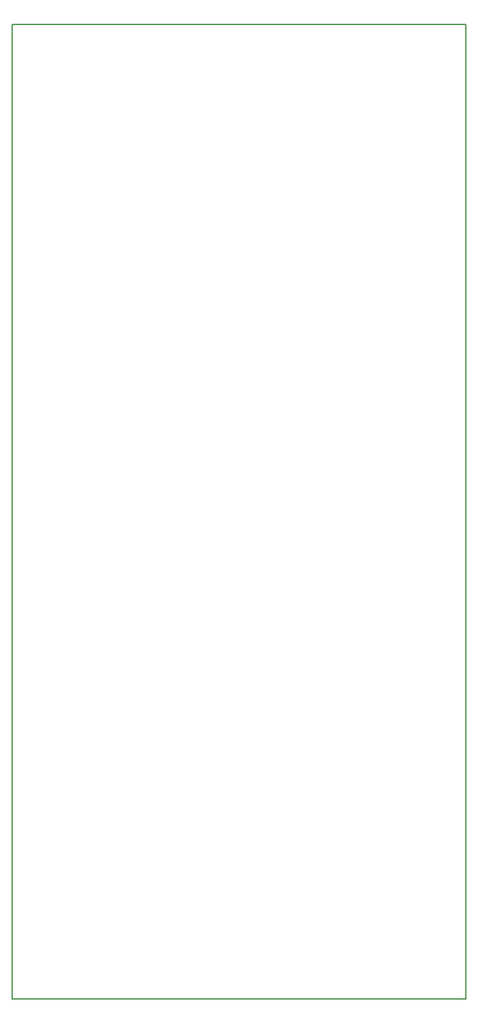
<source format=gbr>
%TF.GenerationSoftware,KiCad,Pcbnew,(6.0.1)*%
%TF.CreationDate,2022-12-13T21:13:55+02:00*%
%TF.ProjectId,EurorackDualPitchQuantizerFrontPanel,4575726f-7261-4636-9b44-75616c506974,rev?*%
%TF.SameCoordinates,Original*%
%TF.FileFunction,Profile,NP*%
%FSLAX46Y46*%
G04 Gerber Fmt 4.6, Leading zero omitted, Abs format (unit mm)*
G04 Created by KiCad (PCBNEW (6.0.1)) date 2022-12-13 21:13:55*
%MOMM*%
%LPD*%
G01*
G04 APERTURE LIST*
%TA.AperFunction,Profile*%
%ADD10C,0.150000*%
%TD*%
G04 APERTURE END LIST*
D10*
X1043000Y-903000D02*
X61043000Y-903000D01*
X61043000Y-903000D02*
X61043000Y-129403000D01*
X61043000Y-129403000D02*
X1043000Y-129403000D01*
X1043000Y-129403000D02*
X1043000Y-903000D01*
M02*

</source>
